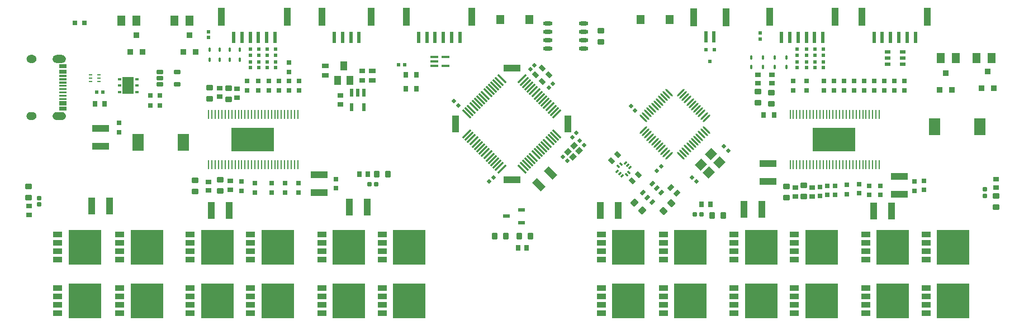
<source format=gtp>
G04*
G04 #@! TF.GenerationSoftware,Altium Limited,Altium Designer,24.0.1 (36)*
G04*
G04 Layer_Color=8421504*
%FSLAX44Y44*%
%MOMM*%
G71*
G04*
G04 #@! TF.SameCoordinates,B4139D88-366C-407F-81F0-E15026D8F30D*
G04*
G04*
G04 #@! TF.FilePolarity,Positive*
G04*
G01*
G75*
%ADD22R,1.0000X0.6400*%
%ADD23R,0.5000X0.5500*%
%ADD24R,0.5000X0.5500*%
G04:AMPARAMS|DCode=25|XSize=1mm|YSize=0.9mm|CornerRadius=0.1125mm|HoleSize=0mm|Usage=FLASHONLY|Rotation=270.000|XOffset=0mm|YOffset=0mm|HoleType=Round|Shape=RoundedRectangle|*
%AMROUNDEDRECTD25*
21,1,1.0000,0.6750,0,0,270.0*
21,1,0.7750,0.9000,0,0,270.0*
1,1,0.2250,-0.3375,-0.3875*
1,1,0.2250,-0.3375,0.3875*
1,1,0.2250,0.3375,0.3875*
1,1,0.2250,0.3375,-0.3875*
%
%ADD25ROUNDEDRECTD25*%
%ADD26R,1.0500X0.6000*%
G04:AMPARAMS|DCode=27|XSize=0.58mm|YSize=0.58mm|CornerRadius=0.1508mm|HoleSize=0mm|Usage=FLASHONLY|Rotation=270.000|XOffset=0mm|YOffset=0mm|HoleType=Round|Shape=RoundedRectangle|*
%AMROUNDEDRECTD27*
21,1,0.5800,0.2784,0,0,270.0*
21,1,0.2784,0.5800,0,0,270.0*
1,1,0.3016,-0.1392,-0.1392*
1,1,0.3016,-0.1392,0.1392*
1,1,0.3016,0.1392,0.1392*
1,1,0.3016,0.1392,-0.1392*
%
%ADD27ROUNDEDRECTD27*%
%ADD28R,0.7000X0.8500*%
%ADD29R,1.1000X2.6000*%
%ADD30R,1.2700X1.5240*%
G04:AMPARAMS|DCode=31|XSize=0.4mm|YSize=0.64mm|CornerRadius=0.1mm|HoleSize=0mm|Usage=FLASHONLY|Rotation=0.000|XOffset=0mm|YOffset=0mm|HoleType=Round|Shape=RoundedRectangle|*
%AMROUNDEDRECTD31*
21,1,0.4000,0.4400,0,0,0.0*
21,1,0.2000,0.6400,0,0,0.0*
1,1,0.2000,0.1000,-0.2200*
1,1,0.2000,-0.1000,-0.2200*
1,1,0.2000,-0.1000,0.2200*
1,1,0.2000,0.1000,0.2200*
%
%ADD31ROUNDEDRECTD31*%
%ADD32R,0.8000X0.9500*%
%ADD33R,1.6510X2.5400*%
%ADD34R,0.8000X0.8000*%
%ADD35R,1.0000X1.4000*%
%ADD36R,0.9000X0.9500*%
%ADD37R,0.9000X0.9500*%
%ADD38R,1.3462X0.8382*%
%ADD39R,5.0325X5.2324*%
G04:AMPARAMS|DCode=40|XSize=0.6mm|YSize=0.6mm|CornerRadius=0.06mm|HoleSize=0mm|Usage=FLASHONLY|Rotation=180.000|XOffset=0mm|YOffset=0mm|HoleType=Round|Shape=RoundedRectangle|*
%AMROUNDEDRECTD40*
21,1,0.6000,0.4800,0,0,180.0*
21,1,0.4800,0.6000,0,0,180.0*
1,1,0.1200,-0.2400,0.2400*
1,1,0.1200,0.2400,0.2400*
1,1,0.1200,0.2400,-0.2400*
1,1,0.1200,-0.2400,-0.2400*
%
%ADD40ROUNDEDRECTD40*%
%ADD41R,1.2300X1.3600*%
%ADD42R,1.2000X0.4000*%
G04:AMPARAMS|DCode=43|XSize=0.3mm|YSize=1.7mm|CornerRadius=0mm|HoleSize=0mm|Usage=FLASHONLY|Rotation=225.000|XOffset=0mm|YOffset=0mm|HoleType=Round|Shape=Rectangle|*
%AMROTATEDRECTD43*
4,1,4,-0.4950,0.7071,0.7071,-0.4950,0.4950,-0.7071,-0.7071,0.4950,-0.4950,0.7071,0.0*
%
%ADD43ROTATEDRECTD43*%

G04:AMPARAMS|DCode=44|XSize=0.3mm|YSize=1.7mm|CornerRadius=0mm|HoleSize=0mm|Usage=FLASHONLY|Rotation=135.000|XOffset=0mm|YOffset=0mm|HoleType=Round|Shape=Rectangle|*
%AMROTATEDRECTD44*
4,1,4,0.7071,0.4950,-0.4950,-0.7071,-0.7071,-0.4950,0.4950,0.7071,0.7071,0.4950,0.0*
%
%ADD44ROTATEDRECTD44*%

%ADD45R,1.0000X2.5000*%
%ADD46R,2.5000X1.0000*%
%ADD47R,0.6000X1.3000*%
G04:AMPARAMS|DCode=48|XSize=0.25mm|YSize=1.55mm|CornerRadius=0mm|HoleSize=0mm|Usage=FLASHONLY|Rotation=225.000|XOffset=0mm|YOffset=0mm|HoleType=Round|Shape=Round|*
%AMOVALD48*
21,1,1.3000,0.2500,0.0000,0.0000,315.0*
1,1,0.2500,-0.4596,0.4596*
1,1,0.2500,0.4596,-0.4596*
%
%ADD48OVALD48*%

G04:AMPARAMS|DCode=49|XSize=0.25mm|YSize=1.55mm|CornerRadius=0mm|HoleSize=0mm|Usage=FLASHONLY|Rotation=135.000|XOffset=0mm|YOffset=0mm|HoleType=Round|Shape=Round|*
%AMOVALD49*
21,1,1.3000,0.2500,0.0000,0.0000,225.0*
1,1,0.2500,0.4596,0.4596*
1,1,0.2500,-0.4596,-0.4596*
%
%ADD49OVALD49*%

%ADD50R,1.7000X2.5000*%
%ADD51R,0.5000X0.4500*%
G04:AMPARAMS|DCode=52|XSize=0.6mm|YSize=1mm|CornerRadius=0.075mm|HoleSize=0mm|Usage=FLASHONLY|Rotation=270.000|XOffset=0mm|YOffset=0mm|HoleType=Round|Shape=RoundedRectangle|*
%AMROUNDEDRECTD52*
21,1,0.6000,0.8500,0,0,270.0*
21,1,0.4500,1.0000,0,0,270.0*
1,1,0.1500,-0.4250,-0.2250*
1,1,0.1500,-0.4250,0.2250*
1,1,0.1500,0.4250,0.2250*
1,1,0.1500,0.4250,-0.2250*
%
%ADD52ROUNDEDRECTD52*%
%ADD53R,0.6000X0.2500*%
%ADD54R,6.4000X3.5999*%
%ADD55R,0.2794X1.4732*%
G04:AMPARAMS|DCode=56|XSize=0.3mm|YSize=0.5mm|CornerRadius=0mm|HoleSize=0mm|Usage=FLASHONLY|Rotation=225.000|XOffset=0mm|YOffset=0mm|HoleType=Round|Shape=Rectangle|*
%AMROTATEDRECTD56*
4,1,4,-0.0707,0.2828,0.2828,-0.0707,0.0707,-0.2828,-0.2828,0.0707,-0.0707,0.2828,0.0*
%
%ADD56ROTATEDRECTD56*%

G04:AMPARAMS|DCode=57|XSize=0.3mm|YSize=0.5mm|CornerRadius=0mm|HoleSize=0mm|Usage=FLASHONLY|Rotation=315.000|XOffset=0mm|YOffset=0mm|HoleType=Round|Shape=Rectangle|*
%AMROTATEDRECTD57*
4,1,4,-0.2828,-0.0707,0.0707,0.2828,0.2828,0.0707,-0.0707,-0.2828,-0.2828,-0.0707,0.0*
%
%ADD57ROTATEDRECTD57*%

%ADD58R,0.6000X1.7000*%
%ADD59R,1.0000X2.8000*%
G04:AMPARAMS|DCode=60|XSize=0.8mm|YSize=0.5mm|CornerRadius=0mm|HoleSize=0mm|Usage=FLASHONLY|Rotation=45.000|XOffset=0mm|YOffset=0mm|HoleType=Round|Shape=Rectangle|*
%AMROTATEDRECTD60*
4,1,4,-0.1061,-0.4596,-0.4596,-0.1061,0.1061,0.4596,0.4596,0.1061,-0.1061,-0.4596,0.0*
%
%ADD60ROTATEDRECTD60*%

%ADD61R,0.9500X0.6000*%
G04:AMPARAMS|DCode=62|XSize=1.8mm|YSize=1mm|CornerRadius=0mm|HoleSize=0mm|Usage=FLASHONLY|Rotation=315.000|XOffset=0mm|YOffset=0mm|HoleType=Round|Shape=Rectangle|*
%AMROTATEDRECTD62*
4,1,4,-0.9900,0.2828,-0.2828,0.9900,0.9900,-0.2828,0.2828,-0.9900,-0.9900,0.2828,0.0*
%
%ADD62ROTATEDRECTD62*%

G04:AMPARAMS|DCode=63|XSize=0.85mm|YSize=0.75mm|CornerRadius=0mm|HoleSize=0mm|Usage=FLASHONLY|Rotation=45.000|XOffset=0mm|YOffset=0mm|HoleType=Round|Shape=Rectangle|*
%AMROTATEDRECTD63*
4,1,4,-0.0354,-0.5657,-0.5657,-0.0354,0.0354,0.5657,0.5657,0.0354,-0.0354,-0.5657,0.0*
%
%ADD63ROTATEDRECTD63*%

G04:AMPARAMS|DCode=64|XSize=1.4mm|YSize=1.2mm|CornerRadius=0mm|HoleSize=0mm|Usage=FLASHONLY|Rotation=45.000|XOffset=0mm|YOffset=0mm|HoleType=Round|Shape=Rectangle|*
%AMROTATEDRECTD64*
4,1,4,-0.0707,-0.9192,-0.9192,-0.0707,0.0707,0.9192,0.9192,0.0707,-0.0707,-0.9192,0.0*
%
%ADD64ROTATEDRECTD64*%

%ADD65R,0.7620X0.7620*%
%ADD66R,0.8500X0.7000*%
G04:AMPARAMS|DCode=67|XSize=0.56mm|YSize=0.51mm|CornerRadius=0mm|HoleSize=0mm|Usage=FLASHONLY|Rotation=45.000|XOffset=0mm|YOffset=0mm|HoleType=Round|Shape=Rectangle|*
%AMROTATEDRECTD67*
4,1,4,-0.0177,-0.3783,-0.3783,-0.0177,0.0177,0.3783,0.3783,0.0177,-0.0177,-0.3783,0.0*
%
%ADD67ROTATEDRECTD67*%

G04:AMPARAMS|DCode=68|XSize=0.89mm|YSize=0.64mm|CornerRadius=0mm|HoleSize=0mm|Usage=FLASHONLY|Rotation=135.000|XOffset=0mm|YOffset=0mm|HoleType=Round|Shape=Rectangle|*
%AMROTATEDRECTD68*
4,1,4,0.5409,-0.0884,0.0884,-0.5409,-0.5409,0.0884,-0.0884,0.5409,0.5409,-0.0884,0.0*
%
%ADD68ROTATEDRECTD68*%

%ADD69R,0.7620X0.7620*%
%ADD70R,1.0000X0.6400*%
G04:AMPARAMS|DCode=71|XSize=1mm|YSize=0.9mm|CornerRadius=0.1125mm|HoleSize=0mm|Usage=FLASHONLY|Rotation=180.000|XOffset=0mm|YOffset=0mm|HoleType=Round|Shape=RoundedRectangle|*
%AMROUNDEDRECTD71*
21,1,1.0000,0.6750,0,0,180.0*
21,1,0.7750,0.9000,0,0,180.0*
1,1,0.2250,-0.3875,0.3375*
1,1,0.2250,0.3875,0.3375*
1,1,0.2250,0.3875,-0.3375*
1,1,0.2250,-0.3875,-0.3375*
%
%ADD71ROUNDEDRECTD71*%
G04:AMPARAMS|DCode=72|XSize=0.56mm|YSize=0.51mm|CornerRadius=0mm|HoleSize=0mm|Usage=FLASHONLY|Rotation=135.000|XOffset=0mm|YOffset=0mm|HoleType=Round|Shape=Rectangle|*
%AMROTATEDRECTD72*
4,1,4,0.3783,-0.0177,0.0177,-0.3783,-0.3783,0.0177,-0.0177,0.3783,0.3783,-0.0177,0.0*
%
%ADD72ROTATEDRECTD72*%

%ADD73R,2.6000X1.1000*%
%ADD74R,0.6400X0.8900*%
%ADD75R,0.5100X0.5600*%
%ADD76O,1.4500X0.6000*%
%ADD77R,0.8900X0.6400*%
G04:AMPARAMS|DCode=78|XSize=0.85mm|YSize=0.7mm|CornerRadius=0mm|HoleSize=0mm|Usage=FLASHONLY|Rotation=315.000|XOffset=0mm|YOffset=0mm|HoleType=Round|Shape=Rectangle|*
%AMROTATEDRECTD78*
4,1,4,-0.5480,0.0530,-0.0530,0.5480,0.5480,-0.0530,0.0530,-0.5480,-0.5480,0.0530,0.0*
%
%ADD78ROTATEDRECTD78*%

G04:AMPARAMS|DCode=79|XSize=0.85mm|YSize=0.7mm|CornerRadius=0mm|HoleSize=0mm|Usage=FLASHONLY|Rotation=45.000|XOffset=0mm|YOffset=0mm|HoleType=Round|Shape=Rectangle|*
%AMROTATEDRECTD79*
4,1,4,-0.0530,-0.5480,-0.5480,-0.0530,0.0530,0.5480,0.5480,0.0530,-0.0530,-0.5480,0.0*
%
%ADD79ROTATEDRECTD79*%

G04:AMPARAMS|DCode=80|XSize=0.6mm|YSize=0.6mm|CornerRadius=0.06mm|HoleSize=0mm|Usage=FLASHONLY|Rotation=270.000|XOffset=0mm|YOffset=0mm|HoleType=Round|Shape=RoundedRectangle|*
%AMROUNDEDRECTD80*
21,1,0.6000,0.4800,0,0,270.0*
21,1,0.4800,0.6000,0,0,270.0*
1,1,0.1200,-0.2400,-0.2400*
1,1,0.1200,-0.2400,0.2400*
1,1,0.1200,0.2400,0.2400*
1,1,0.1200,0.2400,-0.2400*
%
%ADD80ROUNDEDRECTD80*%
G04:AMPARAMS|DCode=81|XSize=1mm|YSize=0.9mm|CornerRadius=0.1125mm|HoleSize=0mm|Usage=FLASHONLY|Rotation=315.000|XOffset=0mm|YOffset=0mm|HoleType=Round|Shape=RoundedRectangle|*
%AMROUNDEDRECTD81*
21,1,1.0000,0.6750,0,0,315.0*
21,1,0.7750,0.9000,0,0,315.0*
1,1,0.2250,0.0354,-0.5127*
1,1,0.2250,-0.5127,0.0354*
1,1,0.2250,-0.0354,0.5127*
1,1,0.2250,0.5127,-0.0354*
%
%ADD81ROUNDEDRECTD81*%
G04:AMPARAMS|DCode=82|XSize=1mm|YSize=0.9mm|CornerRadius=0.1125mm|HoleSize=0mm|Usage=FLASHONLY|Rotation=225.000|XOffset=0mm|YOffset=0mm|HoleType=Round|Shape=RoundedRectangle|*
%AMROUNDEDRECTD82*
21,1,1.0000,0.6750,0,0,225.0*
21,1,0.7750,0.9000,0,0,225.0*
1,1,0.2250,-0.5127,-0.0354*
1,1,0.2250,0.0354,0.5127*
1,1,0.2250,0.5127,0.0354*
1,1,0.2250,-0.0354,-0.5127*
%
%ADD82ROUNDEDRECTD82*%
G36*
X75500Y469549D02*
X64500Y469549D01*
Y472549D01*
X75500D01*
Y469549D01*
D02*
G37*
G36*
Y464550D02*
X64500D01*
Y467551D01*
X75500D01*
Y464550D01*
D02*
G37*
G36*
Y462549D02*
Y459549D01*
X64500D01*
Y462549D01*
X75500Y462549D01*
D02*
G37*
G36*
Y454548D02*
X64500D01*
Y457548D01*
X75500Y457548D01*
X75500Y454548D01*
D02*
G37*
G36*
Y446548D02*
X64500D01*
Y452548D01*
X75500D01*
X75500Y446548D01*
D02*
G37*
G36*
Y438550D02*
X64500Y438550D01*
Y444550D01*
X75500Y444550D01*
Y438550D01*
D02*
G37*
G36*
X68800Y436292D02*
X69098Y436270D01*
X69395Y436233D01*
X69690Y436181D01*
X69981Y436115D01*
X70269Y436034D01*
X70553Y435938D01*
X70832Y435829D01*
X71104Y435706D01*
X71370Y435569D01*
X71629Y435420D01*
X71881Y435257D01*
X72124Y435083D01*
X72358Y434896D01*
X72582Y434698D01*
X72796Y434490D01*
X73000Y434270D01*
X73192Y434041D01*
X73373Y433802D01*
X73541Y433555D01*
X73697Y433300D01*
X73840Y433037D01*
X73970Y432768D01*
X74086Y432492D01*
X74188Y432211D01*
X74277Y431925D01*
X74351Y431635D01*
X74410Y431342D01*
X74454Y431046D01*
X74484Y430748D01*
X74499Y430449D01*
Y430150D01*
X74484Y429852D01*
X74454Y429554D01*
X74410Y429258D01*
X74351Y428965D01*
X74277Y428675D01*
X74188Y428389D01*
X74086Y428108D01*
X73970Y427832D01*
X73840Y427563D01*
X73697Y427300D01*
X73541Y427045D01*
X73373Y426797D01*
X73192Y426559D01*
X73000Y426330D01*
X72796Y426110D01*
X72582Y425902D01*
X72358Y425704D01*
X72124Y425517D01*
X71881Y425343D01*
X71629Y425180D01*
X71370Y425031D01*
X71104Y424894D01*
X70832Y424771D01*
X70553Y424662D01*
X70269Y424566D01*
X69981Y424485D01*
X69690Y424419D01*
X69395Y424367D01*
X69098Y424330D01*
X68800Y424307D01*
X68501Y424300D01*
X60501D01*
X60202Y424307D01*
X59903Y424330D01*
X59607Y424367D01*
X59312Y424419D01*
X59020Y424485D01*
X58732Y424566D01*
X58449Y424662D01*
X58170Y424771D01*
X57898Y424894D01*
X57632Y425031D01*
X57372Y425180D01*
X57121Y425343D01*
X56878Y425517D01*
X56644Y425704D01*
X56420Y425902D01*
X56206Y426110D01*
X56002Y426330D01*
X55810Y426559D01*
X55629Y426797D01*
X55461Y427045D01*
X55305Y427300D01*
X55162Y427563D01*
X55032Y427832D01*
X54916Y428108D01*
X54813Y428389D01*
X54725Y428675D01*
X54651Y428965D01*
X54592Y429258D01*
X54547Y429554D01*
X54518Y429852D01*
X54503Y430150D01*
X54503Y430450D01*
X54518Y430748D01*
X54547Y431046D01*
X54592Y431342D01*
X54651Y431635D01*
X54725Y431925D01*
X54813Y432211D01*
X54916Y432492D01*
X55032Y432768D01*
X55162Y433037D01*
X55305Y433300D01*
X55461Y433555D01*
X55629Y433802D01*
X55810Y434041D01*
X56002Y434270D01*
X56206Y434489D01*
X56420Y434698D01*
X56644Y434896D01*
X56878Y435083D01*
X57121Y435257D01*
X57372Y435420D01*
X57632Y435569D01*
X57898Y435706D01*
X58170Y435829D01*
X58449Y435938D01*
X58732Y436034D01*
X59020Y436115D01*
X59312Y436181D01*
X59607Y436233D01*
X59903Y436270D01*
X60202Y436293D01*
X60501Y436300D01*
X68501Y436300D01*
X68800Y436292D01*
D02*
G37*
G36*
X24298D02*
X24597Y436270D01*
X24894Y436233D01*
X25188Y436181D01*
X25480Y436115D01*
X25768Y436034D01*
X26051Y435938D01*
X26330Y435829D01*
X26603Y435706D01*
X26869Y435569D01*
X27128Y435420D01*
X27379Y435257D01*
X27622Y435083D01*
X27856Y434896D01*
X28080Y434698D01*
X28294Y434489D01*
X28498Y434270D01*
X28690Y434041D01*
X28871Y433802D01*
X29039Y433555D01*
X29195Y433300D01*
X29339Y433037D01*
X29469Y432768D01*
X29585Y432492D01*
X29687Y432211D01*
X29775Y431925D01*
X29849Y431635D01*
X29908Y431342D01*
X29953Y431046D01*
X29983Y430748D01*
X29998Y430450D01*
Y430150D01*
X29983Y429852D01*
X29953Y429554D01*
X29908Y429258D01*
X29849Y428965D01*
X29775Y428675D01*
X29687Y428389D01*
X29585Y428108D01*
X29469Y427832D01*
X29339Y427563D01*
X29195Y427300D01*
X29039Y427045D01*
X28871Y426797D01*
X28690Y426559D01*
X28498Y426330D01*
X28294Y426110D01*
X28080Y425902D01*
X27856Y425704D01*
X27622Y425517D01*
X27379Y425343D01*
X27128Y425180D01*
X26869Y425031D01*
X26603Y424894D01*
X26330Y424771D01*
X26051Y424662D01*
X25768Y424566D01*
X25480Y424485D01*
X25188Y424419D01*
X24894Y424367D01*
X24597Y424330D01*
X24298Y424307D01*
X23999Y424300D01*
X20999Y424300D01*
X20700Y424307D01*
X20402Y424330D01*
X20105Y424367D01*
X19810Y424419D01*
X19519Y424485D01*
X19231Y424566D01*
X18947Y424662D01*
X18669Y424771D01*
X18396Y424894D01*
X18130Y425031D01*
X17871Y425180D01*
X17619Y425343D01*
X17377Y425517D01*
X17143Y425704D01*
X16918Y425902D01*
X16704Y426110D01*
X16501Y426330D01*
X16308Y426559D01*
X16128Y426797D01*
X15959Y427045D01*
X15803Y427300D01*
X15660Y427563D01*
X15530Y427832D01*
X15414Y428108D01*
X15312Y428389D01*
X15224Y428675D01*
X15150Y428965D01*
X15091Y429258D01*
X15046Y429554D01*
X15016Y429852D01*
X15001Y430150D01*
Y430450D01*
X15016Y430748D01*
X15046Y431046D01*
X15091Y431342D01*
X15150Y431635D01*
X15224Y431925D01*
X15312Y432211D01*
X15414Y432492D01*
X15530Y432768D01*
X15660Y433037D01*
X15803Y433300D01*
X15959Y433555D01*
X16128Y433802D01*
X16308Y434041D01*
X16501Y434270D01*
X16704Y434489D01*
X16918Y434698D01*
X17143Y434896D01*
X17377Y435083D01*
X17619Y435257D01*
X17871Y435420D01*
X18130Y435569D01*
X18396Y435706D01*
X18669Y435829D01*
X18947Y435938D01*
X19231Y436034D01*
X19519Y436115D01*
X19810Y436181D01*
X20105Y436233D01*
X20402Y436270D01*
X20700Y436292D01*
X20999Y436300D01*
X23999D01*
X24298Y436292D01*
D02*
G37*
G36*
X68800Y522792D02*
X69098Y522770D01*
X69395Y522733D01*
X69690Y522681D01*
X69981Y522614D01*
X70269Y522533D01*
X70553Y522438D01*
X70832Y522328D01*
X71104Y522206D01*
X71370Y522069D01*
X71629Y521919D01*
X71881Y521757D01*
X72124Y521582D01*
X72358Y521396D01*
X72582Y521198D01*
X72796Y520989D01*
X73000Y520770D01*
X73192Y520541D01*
X73373Y520302D01*
X73541Y520055D01*
X73697Y519800D01*
X73840Y519537D01*
X73970Y519267D01*
X74086Y518992D01*
X74188Y518711D01*
X74277Y518425D01*
X74351Y518135D01*
X74410Y517842D01*
X74454Y517546D01*
X74484Y517248D01*
X74499Y516949D01*
Y516650D01*
X74484Y516351D01*
X74454Y516054D01*
X74410Y515758D01*
X74351Y515465D01*
X74277Y515175D01*
X74188Y514889D01*
X74086Y514608D01*
X73970Y514332D01*
X73840Y514062D01*
X73697Y513800D01*
X73541Y513544D01*
X73373Y513297D01*
X73192Y513059D01*
X73000Y512830D01*
X72796Y512610D01*
X72582Y512401D01*
X72358Y512203D01*
X72124Y512017D01*
X71881Y511842D01*
X71629Y511680D01*
X71370Y511530D01*
X71104Y511394D01*
X70832Y511271D01*
X70553Y511162D01*
X70269Y511066D01*
X69981Y510985D01*
X69690Y510919D01*
X69395Y510867D01*
X69098Y510829D01*
X68800Y510807D01*
X68501Y510800D01*
X60501D01*
X60202Y510807D01*
X59903Y510829D01*
X59607Y510867D01*
X59312Y510919D01*
X59020Y510985D01*
X58732Y511066D01*
X58449Y511162D01*
X58170Y511271D01*
X57898Y511394D01*
X57632Y511530D01*
X57372Y511680D01*
X57121Y511842D01*
X56878Y512017D01*
X56644Y512203D01*
X56420Y512401D01*
X56206Y512610D01*
X56002Y512830D01*
X55810Y513059D01*
X55629Y513297D01*
X55461Y513544D01*
X55305Y513800D01*
X55162Y514062D01*
X55032Y514332D01*
X54916Y514608D01*
X54813Y514889D01*
X54725Y515175D01*
X54651Y515465D01*
X54592Y515758D01*
X54547Y516054D01*
X54518Y516351D01*
X54503Y516650D01*
Y516949D01*
X54518Y517248D01*
X54547Y517546D01*
X54592Y517842D01*
X54651Y518135D01*
X54725Y518425D01*
X54813Y518711D01*
X54916Y518992D01*
X55032Y519267D01*
X55162Y519537D01*
X55305Y519800D01*
X55461Y520055D01*
X55629Y520302D01*
X55810Y520541D01*
X56002Y520770D01*
X56206Y520989D01*
X56420Y521198D01*
X56644Y521396D01*
X56878Y521582D01*
X57121Y521757D01*
X57372Y521919D01*
X57632Y522069D01*
X57898Y522206D01*
X58170Y522328D01*
X58449Y522438D01*
X58732Y522533D01*
X59020Y522614D01*
X59312Y522681D01*
X59607Y522733D01*
X59903Y522770D01*
X60202Y522792D01*
X60501Y522800D01*
X68501D01*
X68800Y522792D01*
D02*
G37*
G36*
X24298Y522792D02*
X24597Y522770D01*
X24894Y522733D01*
X25188Y522681D01*
X25480Y522614D01*
X25768Y522533D01*
X26051Y522438D01*
X26330Y522328D01*
X26603Y522206D01*
X26869Y522069D01*
X27128Y521919D01*
X27379Y521757D01*
X27622Y521582D01*
X27856Y521396D01*
X28080Y521198D01*
X28294Y520989D01*
X28498Y520770D01*
X28690Y520541D01*
X28871Y520302D01*
X29039Y520055D01*
X29195Y519800D01*
X29339Y519537D01*
X29469Y519267D01*
X29585Y518992D01*
X29687Y518711D01*
X29775Y518425D01*
X29849Y518135D01*
X29908Y517842D01*
X29953Y517546D01*
X29983Y517248D01*
X29998Y516949D01*
Y516650D01*
X29983Y516351D01*
X29953Y516054D01*
X29908Y515758D01*
X29849Y515465D01*
X29775Y515175D01*
X29687Y514889D01*
X29585Y514608D01*
X29469Y514332D01*
X29339Y514062D01*
X29195Y513800D01*
X29039Y513544D01*
X28871Y513297D01*
X28690Y513059D01*
X28498Y512830D01*
X28294Y512610D01*
X28080Y512401D01*
X27856Y512203D01*
X27622Y512017D01*
X27379Y511842D01*
X27128Y511680D01*
X26869Y511530D01*
X26603Y511394D01*
X26330Y511271D01*
X26051Y511162D01*
X25768Y511066D01*
X25480Y510985D01*
X25188Y510919D01*
X24894Y510867D01*
X24597Y510829D01*
X24298Y510807D01*
X23999Y510800D01*
X20999D01*
X20700Y510807D01*
X20402Y510829D01*
X20105Y510867D01*
X19810Y510919D01*
X19519Y510985D01*
X19231Y511066D01*
X18947Y511162D01*
X18669Y511271D01*
X18396Y511394D01*
X18130Y511530D01*
X17871Y511680D01*
X17619Y511842D01*
X17377Y512017D01*
X17143Y512203D01*
X16918Y512401D01*
X16704Y512610D01*
X16501Y512830D01*
X16308Y513059D01*
X16128Y513297D01*
X15959Y513544D01*
X15803Y513800D01*
X15660Y514062D01*
X15530Y514332D01*
X15414Y514608D01*
X15312Y514889D01*
X15224Y515175D01*
X15150Y515465D01*
X15091Y515758D01*
X15046Y516054D01*
X15016Y516351D01*
X15001Y516650D01*
X15001Y516949D01*
X15016Y517248D01*
X15046Y517546D01*
X15091Y517842D01*
X15150Y518135D01*
X15224Y518425D01*
X15312Y518711D01*
X15414Y518992D01*
X15530Y519267D01*
X15660Y519537D01*
X15803Y519800D01*
X15959Y520055D01*
X16128Y520302D01*
X16308Y520541D01*
X16501Y520770D01*
X16704Y520989D01*
X16918Y521198D01*
X17143Y521396D01*
X17377Y521582D01*
X17619Y521757D01*
X17871Y521919D01*
X18130Y522069D01*
X18396Y522206D01*
X18669Y522328D01*
X18947Y522438D01*
X19231Y522533D01*
X19519Y522614D01*
X19810Y522681D01*
X20105Y522733D01*
X20402Y522770D01*
X20700Y522792D01*
X20999Y522800D01*
X23999D01*
X24298Y522792D01*
D02*
G37*
G36*
X75500Y502550D02*
X64500D01*
Y508550D01*
X75500D01*
X75500Y502550D01*
D02*
G37*
G36*
Y494549D02*
X64500D01*
Y500549D01*
X75500D01*
Y494549D01*
D02*
G37*
G36*
Y489549D02*
X64500D01*
Y492549D01*
X75500D01*
Y489549D01*
D02*
G37*
G36*
Y487548D02*
Y484548D01*
X64500D01*
Y487548D01*
X75500Y487548D01*
D02*
G37*
G36*
Y479549D02*
X64500D01*
Y482549D01*
X75500D01*
Y479549D01*
D02*
G37*
G36*
Y474550D02*
X64500D01*
Y477551D01*
X75500D01*
Y474550D01*
D02*
G37*
D22*
X467360Y506110D02*
D03*
X467360Y492111D02*
D03*
X538480Y484490D02*
D03*
X538480Y498489D02*
D03*
D23*
X1050290Y512720D02*
D03*
X1056790Y531220D02*
D03*
D24*
X1043790D02*
D03*
D25*
X741290Y247650D02*
D03*
X724290D02*
D03*
X761120D02*
D03*
X778120D02*
D03*
X1070400Y279746D02*
D03*
X562220Y341630D02*
D03*
X545220D02*
D03*
X1053400Y279746D02*
D03*
D26*
X741610Y278130D02*
D03*
X764610Y287630D02*
D03*
Y268630D02*
D03*
D27*
X1126490Y556260D02*
D03*
X1126490Y547060D02*
D03*
X1182370Y531650D02*
D03*
Y522450D02*
D03*
X392430Y503400D02*
D03*
X379730Y503400D02*
D03*
X367030Y503400D02*
D03*
X354330D02*
D03*
X1221740Y503400D02*
D03*
X1209040D02*
D03*
X1196340D02*
D03*
X1182370D02*
D03*
X290830Y558320D02*
D03*
Y549120D02*
D03*
X1196340Y512600D02*
D03*
Y522450D02*
D03*
X1182370Y512600D02*
D03*
X1209040Y512600D02*
D03*
Y522450D02*
D03*
X1221740Y512600D02*
D03*
Y522450D02*
D03*
X367030Y512600D02*
D03*
Y522450D02*
D03*
X354330Y512600D02*
D03*
Y522450D02*
D03*
X379730Y512600D02*
D03*
Y522450D02*
D03*
X392430Y512600D02*
D03*
X392430Y522450D02*
D03*
X392430Y531650D02*
D03*
X379730Y531650D02*
D03*
X367030Y531650D02*
D03*
X354330D02*
D03*
X1221740D02*
D03*
X1209040Y531650D02*
D03*
X1196340Y531650D02*
D03*
D28*
X759310Y229870D02*
D03*
X772310D02*
D03*
X1050538Y295884D02*
D03*
X519280Y341630D02*
D03*
X532280D02*
D03*
X1037538Y295884D02*
D03*
D29*
X1324940Y285750D02*
D03*
X1297940D02*
D03*
X113500Y293370D02*
D03*
X140500D02*
D03*
X322110Y287020D02*
D03*
X530860Y292100D02*
D03*
X884390Y287020D02*
D03*
X1101560Y288290D02*
D03*
X295110Y287020D02*
D03*
X503860Y292100D02*
D03*
X911390Y287020D02*
D03*
X1128560Y288290D02*
D03*
D30*
X181430Y575000D02*
D03*
X158570D02*
D03*
X238570D02*
D03*
X261430D02*
D03*
X1454150Y518160D02*
D03*
X1477010D02*
D03*
X1399540D02*
D03*
X1422400D02*
D03*
D31*
X1112520Y504510D02*
D03*
X1112520Y519110D02*
D03*
X1130300Y519110D02*
D03*
Y504510D02*
D03*
X337820Y515940D02*
D03*
X322580Y515940D02*
D03*
X307340Y515940D02*
D03*
X292100D02*
D03*
X1165860Y504510D02*
D03*
X1148080Y504510D02*
D03*
Y519110D02*
D03*
X1165860Y519110D02*
D03*
X307340Y530540D02*
D03*
X292100Y530540D02*
D03*
X322580D02*
D03*
X337820D02*
D03*
D32*
X1131190Y431800D02*
D03*
X1147190D02*
D03*
X589170Y492760D02*
D03*
X605170D02*
D03*
X589170Y471170D02*
D03*
X605170D02*
D03*
D33*
X184150Y389890D02*
D03*
X252730D02*
D03*
X1390650Y414020D02*
D03*
X1459230D02*
D03*
D34*
X87870Y571500D02*
D03*
X102870D02*
D03*
D35*
X495300Y506300D02*
D03*
X504800Y484300D02*
D03*
X485800D02*
D03*
D36*
X191110Y527500D02*
D03*
X271120Y527500D02*
D03*
X1480160Y472640D02*
D03*
X1416660Y470100D02*
D03*
D37*
X181610Y552500D02*
D03*
X172110Y527500D02*
D03*
X252120Y527500D02*
D03*
X261620Y552500D02*
D03*
X1461160Y472640D02*
D03*
X1470660Y497640D02*
D03*
X1397660Y470100D02*
D03*
X1407160Y495100D02*
D03*
D38*
X156210Y130810D02*
D03*
Y143510D02*
D03*
Y156210D02*
D03*
Y168910D02*
D03*
X1377480Y131010D02*
D03*
Y143710D02*
D03*
Y156410D02*
D03*
Y169110D02*
D03*
X1286040Y212290D02*
D03*
Y224990D02*
D03*
Y237690D02*
D03*
Y250390D02*
D03*
Y131210D02*
D03*
Y143910D02*
D03*
Y156610D02*
D03*
Y169310D02*
D03*
X1377480Y212290D02*
D03*
Y224990D02*
D03*
Y237690D02*
D03*
Y250390D02*
D03*
X1086650Y212290D02*
D03*
Y224990D02*
D03*
Y237690D02*
D03*
Y250390D02*
D03*
Y131010D02*
D03*
Y143710D02*
D03*
Y156410D02*
D03*
Y169110D02*
D03*
X979500Y212490D02*
D03*
Y225190D02*
D03*
Y237890D02*
D03*
Y250590D02*
D03*
X979500Y131210D02*
D03*
Y143910D02*
D03*
X979500Y156610D02*
D03*
X979500Y169310D02*
D03*
X885520Y212490D02*
D03*
X885520Y225190D02*
D03*
Y237890D02*
D03*
X885520Y250590D02*
D03*
Y131210D02*
D03*
X885520Y143910D02*
D03*
Y156610D02*
D03*
X885520Y169310D02*
D03*
X1178090Y212290D02*
D03*
Y224990D02*
D03*
Y237690D02*
D03*
Y250390D02*
D03*
Y131010D02*
D03*
Y143710D02*
D03*
Y156410D02*
D03*
Y169110D02*
D03*
X354330Y250190D02*
D03*
Y237490D02*
D03*
Y224790D02*
D03*
X354330Y168910D02*
D03*
X354330Y156210D02*
D03*
Y143510D02*
D03*
X553720Y250190D02*
D03*
X553720Y237490D02*
D03*
X553720Y224790D02*
D03*
X553720Y168910D02*
D03*
X553720Y156210D02*
D03*
X553720Y143510D02*
D03*
X62230Y250190D02*
D03*
Y237490D02*
D03*
Y224790D02*
D03*
Y168910D02*
D03*
Y156210D02*
D03*
X62230Y143510D02*
D03*
X262890Y250190D02*
D03*
Y237490D02*
D03*
Y224790D02*
D03*
Y168910D02*
D03*
Y156210D02*
D03*
Y143510D02*
D03*
X462280Y250190D02*
D03*
Y237490D02*
D03*
Y224790D02*
D03*
Y169110D02*
D03*
Y156410D02*
D03*
Y143710D02*
D03*
X156210Y250190D02*
D03*
Y237490D02*
D03*
Y224790D02*
D03*
X62230Y130810D02*
D03*
Y212090D02*
D03*
X262890Y130810D02*
D03*
Y212090D02*
D03*
X462280Y131010D02*
D03*
Y212090D02*
D03*
X156210Y212090D02*
D03*
X354330Y130810D02*
D03*
X354330Y212090D02*
D03*
X553720Y130810D02*
D03*
X553720Y212090D02*
D03*
D39*
X197320Y149660D02*
D03*
X1418590Y149860D02*
D03*
X1327150Y231140D02*
D03*
Y150060D02*
D03*
X1418590Y231140D02*
D03*
X1127760D02*
D03*
Y149860D02*
D03*
X1020610Y231340D02*
D03*
X1020610Y150060D02*
D03*
X926630Y231340D02*
D03*
Y150060D02*
D03*
X1219200Y231140D02*
D03*
Y149860D02*
D03*
X197320Y230940D02*
D03*
X395440Y230940D02*
D03*
X395440Y149660D02*
D03*
X594830Y230940D02*
D03*
X594830Y149660D02*
D03*
X503390Y230940D02*
D03*
Y149860D02*
D03*
X304000Y230940D02*
D03*
Y149660D02*
D03*
X103340Y230940D02*
D03*
X103340Y149660D02*
D03*
D40*
X34290Y295990D02*
D03*
Y305990D02*
D03*
X1466850Y309400D02*
D03*
Y319400D02*
D03*
D41*
X945492Y576798D02*
D03*
X989191D02*
D03*
X776383Y576952D02*
D03*
X732685D02*
D03*
D42*
X632850Y519580D02*
D03*
X632850Y513080D02*
D03*
X632850Y506580D02*
D03*
X649850D02*
D03*
Y519580D02*
D03*
D43*
X772274Y357085D02*
D03*
X775809Y360621D02*
D03*
X779345Y364156D02*
D03*
X782880Y367692D02*
D03*
X786416Y371227D02*
D03*
X797023Y381834D02*
D03*
X804094Y388905D02*
D03*
X807629Y392441D02*
D03*
X811165Y395976D02*
D03*
X814700Y399512D02*
D03*
X818236Y403047D02*
D03*
X734797Y486486D02*
D03*
X731262Y482950D02*
D03*
X727726Y479415D02*
D03*
X724191Y475879D02*
D03*
X720655Y472344D02*
D03*
X717120Y468808D02*
D03*
X713584Y465273D02*
D03*
X710049Y461737D02*
D03*
X706513Y458201D02*
D03*
X702977Y454666D02*
D03*
X699442Y451130D02*
D03*
X695906Y447595D02*
D03*
X692371Y444059D02*
D03*
X688835Y440524D02*
D03*
X685300Y436988D02*
D03*
X681764Y433453D02*
D03*
X793487Y378298D02*
D03*
X800558Y385369D02*
D03*
X789952Y374763D02*
D03*
X768738Y353550D02*
D03*
X765203Y350014D02*
D03*
D44*
X818236Y433453D02*
D03*
X814700Y436988D02*
D03*
X811165Y440524D02*
D03*
X807629Y444059D02*
D03*
X804094Y447595D02*
D03*
X800558Y451130D02*
D03*
X797023Y454666D02*
D03*
X793487Y458201D02*
D03*
X789952Y461737D02*
D03*
X786416Y465273D02*
D03*
X782880Y468808D02*
D03*
X779345Y472344D02*
D03*
X768738Y482950D02*
D03*
X765203Y486486D02*
D03*
X688835Y395976D02*
D03*
X692371Y392441D02*
D03*
X695906Y388905D02*
D03*
X699442Y385369D02*
D03*
X702977Y381834D02*
D03*
X706513Y378298D02*
D03*
X710049Y374763D02*
D03*
X713584Y371227D02*
D03*
X717120Y367692D02*
D03*
X724191Y360621D02*
D03*
X727726Y357085D02*
D03*
X731262Y353550D02*
D03*
X734797Y350014D02*
D03*
X685300Y399512D02*
D03*
X775809Y475879D02*
D03*
X772274Y479415D02*
D03*
X720655Y364156D02*
D03*
X681764Y403047D02*
D03*
D45*
X665147Y418250D02*
D03*
X834853D02*
D03*
D46*
X750000Y333397D02*
D03*
Y503103D02*
D03*
D47*
X526390Y465660D02*
D03*
X516890Y465660D02*
D03*
X507390D02*
D03*
X507390Y443660D02*
D03*
X526390Y443660D02*
D03*
D48*
X1005966Y369924D02*
D03*
X1009501Y373459D02*
D03*
X1013037Y376995D02*
D03*
X1016572Y380530D02*
D03*
X1020108Y384066D02*
D03*
X1023643Y387601D02*
D03*
X1027179Y391137D02*
D03*
X1030714Y394672D02*
D03*
X1034250Y398208D02*
D03*
X1037785Y401743D02*
D03*
X1041321Y405279D02*
D03*
X1044856Y408814D02*
D03*
X987934Y465737D02*
D03*
X984399Y462201D02*
D03*
X980863Y458665D02*
D03*
X977328Y455130D02*
D03*
X973792Y451594D02*
D03*
X970257Y448059D02*
D03*
X966721Y444523D02*
D03*
X963186Y440988D02*
D03*
X959650Y437452D02*
D03*
X956115Y433917D02*
D03*
X952579Y430381D02*
D03*
X949044Y426846D02*
D03*
D49*
X1044856D02*
D03*
X1041321Y430381D02*
D03*
X1037785Y433917D02*
D03*
X1034250Y437452D02*
D03*
X1030714Y440988D02*
D03*
X1027179Y444523D02*
D03*
X1023643Y448059D02*
D03*
X1020108Y451594D02*
D03*
X1016572Y455130D02*
D03*
X1013037Y458665D02*
D03*
X1009501Y462201D02*
D03*
X1005966Y465737D02*
D03*
X949044Y408814D02*
D03*
X952579Y405279D02*
D03*
X956115Y401743D02*
D03*
X959650Y398208D02*
D03*
X963186Y394672D02*
D03*
X966721Y391137D02*
D03*
X970257Y387601D02*
D03*
X973792Y384066D02*
D03*
X977328Y380530D02*
D03*
X980863Y376995D02*
D03*
X984399Y373459D02*
D03*
X987934Y369924D02*
D03*
D50*
X168910Y476250D02*
D03*
D51*
X155910Y466750D02*
D03*
Y476250D02*
D03*
X155910Y485750D02*
D03*
X181910D02*
D03*
X181910Y476250D02*
D03*
Y466750D02*
D03*
D52*
X242870Y497180D02*
D03*
X216870Y478180D02*
D03*
X216870Y487680D02*
D03*
X216870Y497180D02*
D03*
X242870Y478180D02*
D03*
D53*
X111610Y482680D02*
D03*
Y487680D02*
D03*
Y492680D02*
D03*
X124610D02*
D03*
Y487680D02*
D03*
Y482680D02*
D03*
D54*
X357686Y394565D02*
D03*
X1238380Y394590D02*
D03*
D55*
X426004Y356490D02*
D03*
X421006D02*
D03*
X416004D02*
D03*
X411000D02*
D03*
X405997D02*
D03*
X400993D02*
D03*
X395989D02*
D03*
X390985D02*
D03*
X385981Y356490D02*
D03*
X380978Y356490D02*
D03*
X375974D02*
D03*
X370970D02*
D03*
X365966D02*
D03*
X360962D02*
D03*
X355959D02*
D03*
X350955D02*
D03*
X345951D02*
D03*
X340947D02*
D03*
X335943D02*
D03*
X330940D02*
D03*
X325936D02*
D03*
X320932D02*
D03*
X315928D02*
D03*
X310924D02*
D03*
X305921D02*
D03*
X300917D02*
D03*
X295918D02*
D03*
X290917D02*
D03*
X290917Y432690D02*
D03*
X295918Y432690D02*
D03*
X300917Y432690D02*
D03*
X305921D02*
D03*
X310924D02*
D03*
X315928D02*
D03*
X320932D02*
D03*
X325936D02*
D03*
X330940D02*
D03*
X335943D02*
D03*
X340947D02*
D03*
X345951Y432690D02*
D03*
X350955D02*
D03*
X355959D02*
D03*
X360962D02*
D03*
X365966D02*
D03*
X370970D02*
D03*
X375974D02*
D03*
X380978D02*
D03*
X385981Y432690D02*
D03*
X390985D02*
D03*
X395989D02*
D03*
X400993D02*
D03*
X405997D02*
D03*
X411000D02*
D03*
X416004D02*
D03*
X421006D02*
D03*
X426004D02*
D03*
X1306698Y432715D02*
D03*
X1301700D02*
D03*
X1296698D02*
D03*
X1291695D02*
D03*
X1286691D02*
D03*
X1281687D02*
D03*
X1276683D02*
D03*
X1271679D02*
D03*
X1266676D02*
D03*
X1261672Y432715D02*
D03*
X1256668D02*
D03*
X1251664D02*
D03*
X1246660D02*
D03*
X1241657D02*
D03*
X1236653D02*
D03*
X1231649D02*
D03*
X1226645D02*
D03*
X1221641Y432715D02*
D03*
X1216638D02*
D03*
X1211634D02*
D03*
X1206630D02*
D03*
X1201626D02*
D03*
X1196622D02*
D03*
X1191619D02*
D03*
X1186615D02*
D03*
X1181611D02*
D03*
X1176612Y432715D02*
D03*
X1171611Y432715D02*
D03*
X1171611Y356515D02*
D03*
X1176612D02*
D03*
X1181611D02*
D03*
X1186615D02*
D03*
X1191619D02*
D03*
X1196622D02*
D03*
X1201626D02*
D03*
X1206630D02*
D03*
X1211634D02*
D03*
X1216638D02*
D03*
X1221641D02*
D03*
X1226645D02*
D03*
X1231649D02*
D03*
X1236653D02*
D03*
X1241657D02*
D03*
X1246660D02*
D03*
X1251664D02*
D03*
X1256668D02*
D03*
X1261672D02*
D03*
X1266676D02*
D03*
X1271679D02*
D03*
X1276683D02*
D03*
X1281687D02*
D03*
X1286691D02*
D03*
X1291695D02*
D03*
X1296698D02*
D03*
X1301700D02*
D03*
X1306698D02*
D03*
D56*
X927408Y344857D02*
D03*
X911552Y353643D02*
D03*
X915087Y357178D02*
D03*
X923873Y341322D02*
D03*
D57*
X925626Y355396D02*
D03*
X913334Y343104D02*
D03*
X909798Y346640D02*
D03*
X922090Y358932D02*
D03*
X929161Y351861D02*
D03*
X916869Y339569D02*
D03*
D58*
X1311248Y549249D02*
D03*
X1348752D02*
D03*
X1336252Y549249D02*
D03*
X1323750D02*
D03*
X1298752D02*
D03*
X1361251D02*
D03*
X518750D02*
D03*
X506251D02*
D03*
X493752D02*
D03*
X481250D02*
D03*
X633750D02*
D03*
X646252D02*
D03*
X658752Y549249D02*
D03*
X671251Y549249D02*
D03*
X621248Y549249D02*
D03*
X608752Y549249D02*
D03*
X1043750Y550499D02*
D03*
X1056250D02*
D03*
X341249Y549249D02*
D03*
X1171248Y549249D02*
D03*
X353750Y549249D02*
D03*
X366252D02*
D03*
X378752D02*
D03*
X391251Y549249D02*
D03*
X328752Y549249D02*
D03*
X1183750D02*
D03*
X1196252D02*
D03*
X1208752Y549249D02*
D03*
X1221251Y549249D02*
D03*
X1158752D02*
D03*
D59*
X1379750Y580751D02*
D03*
X1280250D02*
D03*
X462751D02*
D03*
X537249D02*
D03*
X689750D02*
D03*
X590250D02*
D03*
X1025249Y579498D02*
D03*
X1074749D02*
D03*
X310250Y580751D02*
D03*
X409750D02*
D03*
X1140250D02*
D03*
X1239750D02*
D03*
D60*
X948518Y313690D02*
D03*
X962660Y299548D02*
D03*
X976803Y313690D02*
D03*
X962660Y327832D02*
D03*
X969731Y320761D02*
D03*
X955589Y306619D02*
D03*
D61*
X1319710Y527660D02*
D03*
Y508660D02*
D03*
X1342210Y527660D02*
D03*
Y508660D02*
D03*
Y518160D02*
D03*
X1319710D02*
D03*
D62*
X791391Y326061D02*
D03*
X809069Y343739D02*
D03*
D63*
X842349Y368325D02*
D03*
X851895Y377871D02*
D03*
X844471Y385295D02*
D03*
X834925Y375749D02*
D03*
D64*
X1048700Y344175D02*
D03*
X1051880Y372105D02*
D03*
X1036325Y356550D02*
D03*
X1064255Y359730D02*
D03*
D65*
X1299210Y483235D02*
D03*
Y469265D02*
D03*
X1314450Y483235D02*
D03*
Y469265D02*
D03*
X1329690Y469265D02*
D03*
Y483235D02*
D03*
X1344930Y469265D02*
D03*
Y483235D02*
D03*
X1276350Y327025D02*
D03*
Y313055D02*
D03*
X1283970Y469265D02*
D03*
Y483235D02*
D03*
X340360Y330835D02*
D03*
Y316865D02*
D03*
X365760Y483235D02*
D03*
Y469265D02*
D03*
X360680Y328295D02*
D03*
Y314325D02*
D03*
X426720Y328295D02*
D03*
Y314325D02*
D03*
X154940Y419735D02*
D03*
Y405765D02*
D03*
X349250Y483235D02*
D03*
Y469265D02*
D03*
X397510Y469265D02*
D03*
Y483235D02*
D03*
X382270Y469265D02*
D03*
Y483235D02*
D03*
X386080Y328295D02*
D03*
Y314325D02*
D03*
X406400Y328295D02*
D03*
Y314325D02*
D03*
X412750Y469265D02*
D03*
Y483235D02*
D03*
Y497205D02*
D03*
Y511175D02*
D03*
X427990Y483235D02*
D03*
Y469265D02*
D03*
X1257300Y325755D02*
D03*
Y311785D02*
D03*
X1239520Y324485D02*
D03*
Y310515D02*
D03*
X1291590D02*
D03*
Y324485D02*
D03*
X1360170Y330835D02*
D03*
Y316865D02*
D03*
X1308100Y324485D02*
D03*
Y310515D02*
D03*
X1374140Y332105D02*
D03*
Y318135D02*
D03*
X1176020Y469265D02*
D03*
Y483235D02*
D03*
X1196340Y469265D02*
D03*
Y483235D02*
D03*
X1223010Y483235D02*
D03*
Y469265D02*
D03*
X483870Y334645D02*
D03*
Y320675D02*
D03*
X1238250Y469265D02*
D03*
Y483235D02*
D03*
X1216660Y308610D02*
D03*
Y322580D02*
D03*
X1228090Y324485D02*
D03*
Y310515D02*
D03*
X1268730Y483235D02*
D03*
Y469265D02*
D03*
X1253490Y483235D02*
D03*
Y469265D02*
D03*
D66*
X1205230Y308460D02*
D03*
Y321460D02*
D03*
X1179830Y308460D02*
D03*
Y321460D02*
D03*
X334010Y458320D02*
D03*
Y471320D02*
D03*
X307340Y459590D02*
D03*
Y472590D02*
D03*
X290830Y330350D02*
D03*
Y317350D02*
D03*
X323850Y318620D02*
D03*
Y331620D02*
D03*
X1144270Y492910D02*
D03*
Y479910D02*
D03*
X1122680Y492910D02*
D03*
Y479910D02*
D03*
X1483360Y334790D02*
D03*
X19050Y280520D02*
D03*
X19050Y293520D02*
D03*
X1483360Y321790D02*
D03*
D67*
X827528Y368562D02*
D03*
X833892Y362198D02*
D03*
X859292Y386328D02*
D03*
X852928Y392692D02*
D03*
X930268Y445142D02*
D03*
X936632Y438778D02*
D03*
X662298Y452762D02*
D03*
X668662Y446398D02*
D03*
X1022978Y337192D02*
D03*
X1077602Y377818D02*
D03*
X1071238Y384182D02*
D03*
X1029342Y330828D02*
D03*
D68*
X806320Y492630D02*
D03*
X796420Y482730D02*
D03*
X796160Y502790D02*
D03*
X786260Y492890D02*
D03*
D69*
X216535Y461010D02*
D03*
X202565Y461010D02*
D03*
X216535D02*
D03*
X202565D02*
D03*
X216535Y445770D02*
D03*
X202565D02*
D03*
D70*
X467360Y506110D02*
D03*
Y492110D02*
D03*
X538480Y484490D02*
D03*
Y498490D02*
D03*
D71*
X308610Y333620D02*
D03*
Y316620D02*
D03*
X270510Y332350D02*
D03*
Y315350D02*
D03*
X292100Y456320D02*
D03*
Y473320D02*
D03*
X321310Y455050D02*
D03*
Y472050D02*
D03*
X885190Y559680D02*
D03*
Y542680D02*
D03*
X1143000Y448700D02*
D03*
Y465700D02*
D03*
X1165860Y323460D02*
D03*
Y306460D02*
D03*
X1192530Y324730D02*
D03*
Y307730D02*
D03*
X1122680Y449970D02*
D03*
Y466970D02*
D03*
X1483360Y291850D02*
D03*
X17780Y323460D02*
D03*
Y306460D02*
D03*
X1483360Y308850D02*
D03*
D72*
X969638Y347338D02*
D03*
X976002Y353702D02*
D03*
X805808Y473068D02*
D03*
X812172Y479432D02*
D03*
X841368Y398138D02*
D03*
X847732Y404502D02*
D03*
X784232Y507372D02*
D03*
X777868Y501008D02*
D03*
X715638Y330828D02*
D03*
X722002Y337192D02*
D03*
D73*
X458470Y341160D02*
D03*
Y314160D02*
D03*
X127000Y411010D02*
D03*
Y384010D02*
D03*
X1137920Y357670D02*
D03*
Y330670D02*
D03*
X1337310Y338620D02*
D03*
Y311620D02*
D03*
D74*
X118730Y448310D02*
D03*
X132730Y448310D02*
D03*
D75*
X130230Y466090D02*
D03*
X121230Y466090D02*
D03*
X578700Y508000D02*
D03*
X587700D02*
D03*
D76*
X859100Y532130D02*
D03*
Y544830D02*
D03*
Y557530D02*
D03*
X804600Y544830D02*
D03*
X804600Y557530D02*
D03*
X804600Y532130D02*
D03*
X859100Y570230D02*
D03*
X804600D02*
D03*
D77*
X523240Y484490D02*
D03*
Y498490D02*
D03*
X490220Y447660D02*
D03*
Y461660D02*
D03*
D78*
X932664Y331954D02*
D03*
X900914Y362434D02*
D03*
X941856Y341146D02*
D03*
X910106Y371626D02*
D03*
D79*
X1000276Y312904D02*
D03*
X991084Y322096D02*
D03*
D80*
X1027608Y280644D02*
D03*
X544830Y326390D02*
D03*
X534830D02*
D03*
X1037608Y280644D02*
D03*
D81*
X979510Y286090D02*
D03*
X991530Y298110D02*
D03*
D82*
X935399Y299041D02*
D03*
X947420Y287020D02*
D03*
M02*

</source>
